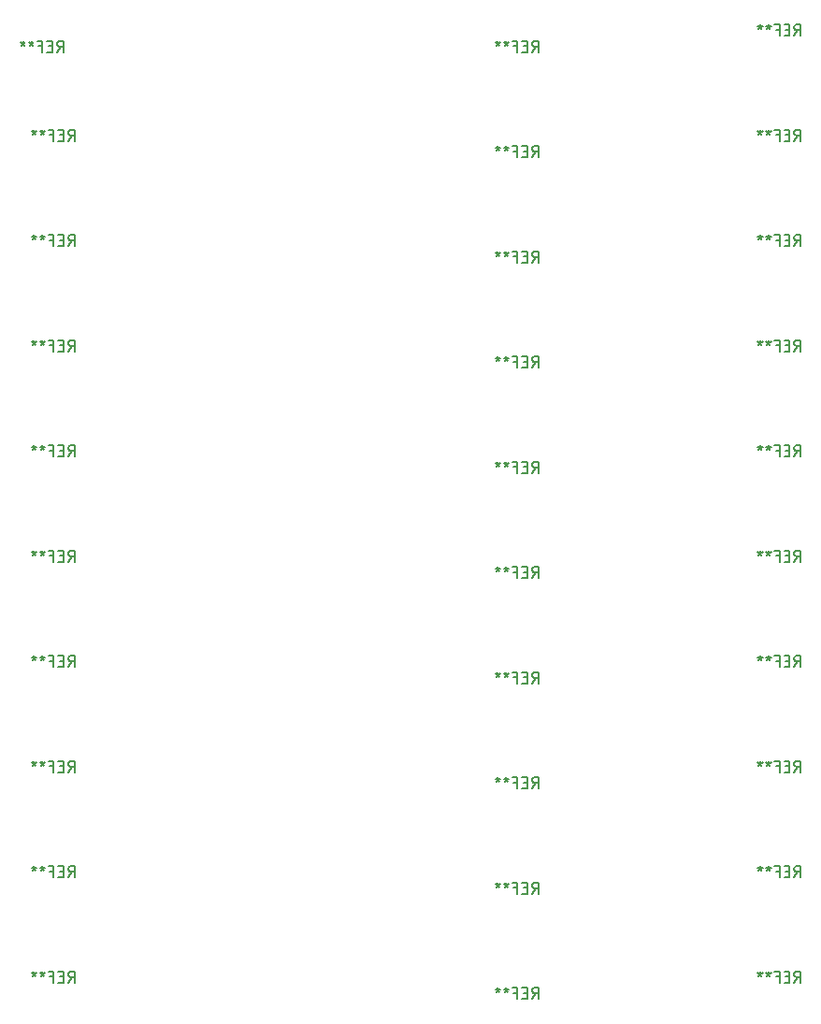
<source format=gbr>
G04 #@! TF.GenerationSoftware,KiCad,Pcbnew,(5.1.4)-1*
G04 #@! TF.CreationDate,2019-09-06T01:52:25-07:00*
G04 #@! TF.ProjectId,testing footprints,74657374-696e-4672-9066-6f6f74707269,rev?*
G04 #@! TF.SameCoordinates,Original*
G04 #@! TF.FileFunction,Legend,Bot*
G04 #@! TF.FilePolarity,Positive*
%FSLAX46Y46*%
G04 Gerber Fmt 4.6, Leading zero omitted, Abs format (unit mm)*
G04 Created by KiCad (PCBNEW (5.1.4)-1) date 2019-09-06 01:52:25*
%MOMM*%
%LPD*%
G04 APERTURE LIST*
%ADD10C,0.150000*%
G04 APERTURE END LIST*
D10*
X20333333Y-3452380D02*
X20666666Y-2976190D01*
X20904761Y-3452380D02*
X20904761Y-2452380D01*
X20523809Y-2452380D01*
X20428571Y-2500000D01*
X20380952Y-2547619D01*
X20333333Y-2642857D01*
X20333333Y-2785714D01*
X20380952Y-2880952D01*
X20428571Y-2928571D01*
X20523809Y-2976190D01*
X20904761Y-2976190D01*
X19904761Y-2928571D02*
X19571428Y-2928571D01*
X19428571Y-3452380D02*
X19904761Y-3452380D01*
X19904761Y-2452380D01*
X19428571Y-2452380D01*
X18666666Y-2928571D02*
X19000000Y-2928571D01*
X19000000Y-3452380D02*
X19000000Y-2452380D01*
X18523809Y-2452380D01*
X18000000Y-2452380D02*
X18000000Y-2690476D01*
X18238095Y-2595238D02*
X18000000Y-2690476D01*
X17761904Y-2595238D01*
X18142857Y-2880952D02*
X18000000Y-2690476D01*
X17857142Y-2880952D01*
X17238095Y-2452380D02*
X17238095Y-2690476D01*
X17476190Y-2595238D02*
X17238095Y-2690476D01*
X17000000Y-2595238D01*
X17380952Y-2880952D02*
X17238095Y-2690476D01*
X17095238Y-2880952D01*
X21333333Y-87702380D02*
X21666666Y-87226190D01*
X21904761Y-87702380D02*
X21904761Y-86702380D01*
X21523809Y-86702380D01*
X21428571Y-86750000D01*
X21380952Y-86797619D01*
X21333333Y-86892857D01*
X21333333Y-87035714D01*
X21380952Y-87130952D01*
X21428571Y-87178571D01*
X21523809Y-87226190D01*
X21904761Y-87226190D01*
X20904761Y-87178571D02*
X20571428Y-87178571D01*
X20428571Y-87702380D02*
X20904761Y-87702380D01*
X20904761Y-86702380D01*
X20428571Y-86702380D01*
X19666666Y-87178571D02*
X20000000Y-87178571D01*
X20000000Y-87702380D02*
X20000000Y-86702380D01*
X19523809Y-86702380D01*
X19000000Y-86702380D02*
X19000000Y-86940476D01*
X19238095Y-86845238D02*
X19000000Y-86940476D01*
X18761904Y-86845238D01*
X19142857Y-87130952D02*
X19000000Y-86940476D01*
X18857142Y-87130952D01*
X18238095Y-86702380D02*
X18238095Y-86940476D01*
X18476190Y-86845238D02*
X18238095Y-86940476D01*
X18000000Y-86845238D01*
X18380952Y-87130952D02*
X18238095Y-86940476D01*
X18095238Y-87130952D01*
X21333333Y-78177380D02*
X21666666Y-77701190D01*
X21904761Y-78177380D02*
X21904761Y-77177380D01*
X21523809Y-77177380D01*
X21428571Y-77225000D01*
X21380952Y-77272619D01*
X21333333Y-77367857D01*
X21333333Y-77510714D01*
X21380952Y-77605952D01*
X21428571Y-77653571D01*
X21523809Y-77701190D01*
X21904761Y-77701190D01*
X20904761Y-77653571D02*
X20571428Y-77653571D01*
X20428571Y-78177380D02*
X20904761Y-78177380D01*
X20904761Y-77177380D01*
X20428571Y-77177380D01*
X19666666Y-77653571D02*
X20000000Y-77653571D01*
X20000000Y-78177380D02*
X20000000Y-77177380D01*
X19523809Y-77177380D01*
X19000000Y-77177380D02*
X19000000Y-77415476D01*
X19238095Y-77320238D02*
X19000000Y-77415476D01*
X18761904Y-77320238D01*
X19142857Y-77605952D02*
X19000000Y-77415476D01*
X18857142Y-77605952D01*
X18238095Y-77177380D02*
X18238095Y-77415476D01*
X18476190Y-77320238D02*
X18238095Y-77415476D01*
X18000000Y-77320238D01*
X18380952Y-77605952D02*
X18238095Y-77415476D01*
X18095238Y-77605952D01*
X21333333Y-68652380D02*
X21666666Y-68176190D01*
X21904761Y-68652380D02*
X21904761Y-67652380D01*
X21523809Y-67652380D01*
X21428571Y-67700000D01*
X21380952Y-67747619D01*
X21333333Y-67842857D01*
X21333333Y-67985714D01*
X21380952Y-68080952D01*
X21428571Y-68128571D01*
X21523809Y-68176190D01*
X21904761Y-68176190D01*
X20904761Y-68128571D02*
X20571428Y-68128571D01*
X20428571Y-68652380D02*
X20904761Y-68652380D01*
X20904761Y-67652380D01*
X20428571Y-67652380D01*
X19666666Y-68128571D02*
X20000000Y-68128571D01*
X20000000Y-68652380D02*
X20000000Y-67652380D01*
X19523809Y-67652380D01*
X19000000Y-67652380D02*
X19000000Y-67890476D01*
X19238095Y-67795238D02*
X19000000Y-67890476D01*
X18761904Y-67795238D01*
X19142857Y-68080952D02*
X19000000Y-67890476D01*
X18857142Y-68080952D01*
X18238095Y-67652380D02*
X18238095Y-67890476D01*
X18476190Y-67795238D02*
X18238095Y-67890476D01*
X18000000Y-67795238D01*
X18380952Y-68080952D02*
X18238095Y-67890476D01*
X18095238Y-68080952D01*
X21333333Y-59127380D02*
X21666666Y-58651190D01*
X21904761Y-59127380D02*
X21904761Y-58127380D01*
X21523809Y-58127380D01*
X21428571Y-58175000D01*
X21380952Y-58222619D01*
X21333333Y-58317857D01*
X21333333Y-58460714D01*
X21380952Y-58555952D01*
X21428571Y-58603571D01*
X21523809Y-58651190D01*
X21904761Y-58651190D01*
X20904761Y-58603571D02*
X20571428Y-58603571D01*
X20428571Y-59127380D02*
X20904761Y-59127380D01*
X20904761Y-58127380D01*
X20428571Y-58127380D01*
X19666666Y-58603571D02*
X20000000Y-58603571D01*
X20000000Y-59127380D02*
X20000000Y-58127380D01*
X19523809Y-58127380D01*
X19000000Y-58127380D02*
X19000000Y-58365476D01*
X19238095Y-58270238D02*
X19000000Y-58365476D01*
X18761904Y-58270238D01*
X19142857Y-58555952D02*
X19000000Y-58365476D01*
X18857142Y-58555952D01*
X18238095Y-58127380D02*
X18238095Y-58365476D01*
X18476190Y-58270238D02*
X18238095Y-58365476D01*
X18000000Y-58270238D01*
X18380952Y-58555952D02*
X18238095Y-58365476D01*
X18095238Y-58555952D01*
X21333333Y-49602380D02*
X21666666Y-49126190D01*
X21904761Y-49602380D02*
X21904761Y-48602380D01*
X21523809Y-48602380D01*
X21428571Y-48650000D01*
X21380952Y-48697619D01*
X21333333Y-48792857D01*
X21333333Y-48935714D01*
X21380952Y-49030952D01*
X21428571Y-49078571D01*
X21523809Y-49126190D01*
X21904761Y-49126190D01*
X20904761Y-49078571D02*
X20571428Y-49078571D01*
X20428571Y-49602380D02*
X20904761Y-49602380D01*
X20904761Y-48602380D01*
X20428571Y-48602380D01*
X19666666Y-49078571D02*
X20000000Y-49078571D01*
X20000000Y-49602380D02*
X20000000Y-48602380D01*
X19523809Y-48602380D01*
X19000000Y-48602380D02*
X19000000Y-48840476D01*
X19238095Y-48745238D02*
X19000000Y-48840476D01*
X18761904Y-48745238D01*
X19142857Y-49030952D02*
X19000000Y-48840476D01*
X18857142Y-49030952D01*
X18238095Y-48602380D02*
X18238095Y-48840476D01*
X18476190Y-48745238D02*
X18238095Y-48840476D01*
X18000000Y-48745238D01*
X18380952Y-49030952D02*
X18238095Y-48840476D01*
X18095238Y-49030952D01*
X21333333Y-40077380D02*
X21666666Y-39601190D01*
X21904761Y-40077380D02*
X21904761Y-39077380D01*
X21523809Y-39077380D01*
X21428571Y-39125000D01*
X21380952Y-39172619D01*
X21333333Y-39267857D01*
X21333333Y-39410714D01*
X21380952Y-39505952D01*
X21428571Y-39553571D01*
X21523809Y-39601190D01*
X21904761Y-39601190D01*
X20904761Y-39553571D02*
X20571428Y-39553571D01*
X20428571Y-40077380D02*
X20904761Y-40077380D01*
X20904761Y-39077380D01*
X20428571Y-39077380D01*
X19666666Y-39553571D02*
X20000000Y-39553571D01*
X20000000Y-40077380D02*
X20000000Y-39077380D01*
X19523809Y-39077380D01*
X19000000Y-39077380D02*
X19000000Y-39315476D01*
X19238095Y-39220238D02*
X19000000Y-39315476D01*
X18761904Y-39220238D01*
X19142857Y-39505952D02*
X19000000Y-39315476D01*
X18857142Y-39505952D01*
X18238095Y-39077380D02*
X18238095Y-39315476D01*
X18476190Y-39220238D02*
X18238095Y-39315476D01*
X18000000Y-39220238D01*
X18380952Y-39505952D02*
X18238095Y-39315476D01*
X18095238Y-39505952D01*
X21333333Y-30552380D02*
X21666666Y-30076190D01*
X21904761Y-30552380D02*
X21904761Y-29552380D01*
X21523809Y-29552380D01*
X21428571Y-29600000D01*
X21380952Y-29647619D01*
X21333333Y-29742857D01*
X21333333Y-29885714D01*
X21380952Y-29980952D01*
X21428571Y-30028571D01*
X21523809Y-30076190D01*
X21904761Y-30076190D01*
X20904761Y-30028571D02*
X20571428Y-30028571D01*
X20428571Y-30552380D02*
X20904761Y-30552380D01*
X20904761Y-29552380D01*
X20428571Y-29552380D01*
X19666666Y-30028571D02*
X20000000Y-30028571D01*
X20000000Y-30552380D02*
X20000000Y-29552380D01*
X19523809Y-29552380D01*
X19000000Y-29552380D02*
X19000000Y-29790476D01*
X19238095Y-29695238D02*
X19000000Y-29790476D01*
X18761904Y-29695238D01*
X19142857Y-29980952D02*
X19000000Y-29790476D01*
X18857142Y-29980952D01*
X18238095Y-29552380D02*
X18238095Y-29790476D01*
X18476190Y-29695238D02*
X18238095Y-29790476D01*
X18000000Y-29695238D01*
X18380952Y-29980952D02*
X18238095Y-29790476D01*
X18095238Y-29980952D01*
X21333333Y-21027380D02*
X21666666Y-20551190D01*
X21904761Y-21027380D02*
X21904761Y-20027380D01*
X21523809Y-20027380D01*
X21428571Y-20075000D01*
X21380952Y-20122619D01*
X21333333Y-20217857D01*
X21333333Y-20360714D01*
X21380952Y-20455952D01*
X21428571Y-20503571D01*
X21523809Y-20551190D01*
X21904761Y-20551190D01*
X20904761Y-20503571D02*
X20571428Y-20503571D01*
X20428571Y-21027380D02*
X20904761Y-21027380D01*
X20904761Y-20027380D01*
X20428571Y-20027380D01*
X19666666Y-20503571D02*
X20000000Y-20503571D01*
X20000000Y-21027380D02*
X20000000Y-20027380D01*
X19523809Y-20027380D01*
X19000000Y-20027380D02*
X19000000Y-20265476D01*
X19238095Y-20170238D02*
X19000000Y-20265476D01*
X18761904Y-20170238D01*
X19142857Y-20455952D02*
X19000000Y-20265476D01*
X18857142Y-20455952D01*
X18238095Y-20027380D02*
X18238095Y-20265476D01*
X18476190Y-20170238D02*
X18238095Y-20265476D01*
X18000000Y-20170238D01*
X18380952Y-20455952D02*
X18238095Y-20265476D01*
X18095238Y-20455952D01*
X21333333Y-11502380D02*
X21666666Y-11026190D01*
X21904761Y-11502380D02*
X21904761Y-10502380D01*
X21523809Y-10502380D01*
X21428571Y-10550000D01*
X21380952Y-10597619D01*
X21333333Y-10692857D01*
X21333333Y-10835714D01*
X21380952Y-10930952D01*
X21428571Y-10978571D01*
X21523809Y-11026190D01*
X21904761Y-11026190D01*
X20904761Y-10978571D02*
X20571428Y-10978571D01*
X20428571Y-11502380D02*
X20904761Y-11502380D01*
X20904761Y-10502380D01*
X20428571Y-10502380D01*
X19666666Y-10978571D02*
X20000000Y-10978571D01*
X20000000Y-11502380D02*
X20000000Y-10502380D01*
X19523809Y-10502380D01*
X19000000Y-10502380D02*
X19000000Y-10740476D01*
X19238095Y-10645238D02*
X19000000Y-10740476D01*
X18761904Y-10645238D01*
X19142857Y-10930952D02*
X19000000Y-10740476D01*
X18857142Y-10930952D01*
X18238095Y-10502380D02*
X18238095Y-10740476D01*
X18476190Y-10645238D02*
X18238095Y-10740476D01*
X18000000Y-10645238D01*
X18380952Y-10930952D02*
X18238095Y-10740476D01*
X18095238Y-10930952D01*
X63333333Y-89177380D02*
X63666666Y-88701190D01*
X63904761Y-89177380D02*
X63904761Y-88177380D01*
X63523809Y-88177380D01*
X63428571Y-88225000D01*
X63380952Y-88272619D01*
X63333333Y-88367857D01*
X63333333Y-88510714D01*
X63380952Y-88605952D01*
X63428571Y-88653571D01*
X63523809Y-88701190D01*
X63904761Y-88701190D01*
X62904761Y-88653571D02*
X62571428Y-88653571D01*
X62428571Y-89177380D02*
X62904761Y-89177380D01*
X62904761Y-88177380D01*
X62428571Y-88177380D01*
X61666666Y-88653571D02*
X62000000Y-88653571D01*
X62000000Y-89177380D02*
X62000000Y-88177380D01*
X61523809Y-88177380D01*
X61000000Y-88177380D02*
X61000000Y-88415476D01*
X61238095Y-88320238D02*
X61000000Y-88415476D01*
X60761904Y-88320238D01*
X61142857Y-88605952D02*
X61000000Y-88415476D01*
X60857142Y-88605952D01*
X60238095Y-88177380D02*
X60238095Y-88415476D01*
X60476190Y-88320238D02*
X60238095Y-88415476D01*
X60000000Y-88320238D01*
X60380952Y-88605952D02*
X60238095Y-88415476D01*
X60095238Y-88605952D01*
X63333333Y-70127380D02*
X63666666Y-69651190D01*
X63904761Y-70127380D02*
X63904761Y-69127380D01*
X63523809Y-69127380D01*
X63428571Y-69175000D01*
X63380952Y-69222619D01*
X63333333Y-69317857D01*
X63333333Y-69460714D01*
X63380952Y-69555952D01*
X63428571Y-69603571D01*
X63523809Y-69651190D01*
X63904761Y-69651190D01*
X62904761Y-69603571D02*
X62571428Y-69603571D01*
X62428571Y-70127380D02*
X62904761Y-70127380D01*
X62904761Y-69127380D01*
X62428571Y-69127380D01*
X61666666Y-69603571D02*
X62000000Y-69603571D01*
X62000000Y-70127380D02*
X62000000Y-69127380D01*
X61523809Y-69127380D01*
X61000000Y-69127380D02*
X61000000Y-69365476D01*
X61238095Y-69270238D02*
X61000000Y-69365476D01*
X60761904Y-69270238D01*
X61142857Y-69555952D02*
X61000000Y-69365476D01*
X60857142Y-69555952D01*
X60238095Y-69127380D02*
X60238095Y-69365476D01*
X60476190Y-69270238D02*
X60238095Y-69365476D01*
X60000000Y-69270238D01*
X60380952Y-69555952D02*
X60238095Y-69365476D01*
X60095238Y-69555952D01*
X63333333Y-51077380D02*
X63666666Y-50601190D01*
X63904761Y-51077380D02*
X63904761Y-50077380D01*
X63523809Y-50077380D01*
X63428571Y-50125000D01*
X63380952Y-50172619D01*
X63333333Y-50267857D01*
X63333333Y-50410714D01*
X63380952Y-50505952D01*
X63428571Y-50553571D01*
X63523809Y-50601190D01*
X63904761Y-50601190D01*
X62904761Y-50553571D02*
X62571428Y-50553571D01*
X62428571Y-51077380D02*
X62904761Y-51077380D01*
X62904761Y-50077380D01*
X62428571Y-50077380D01*
X61666666Y-50553571D02*
X62000000Y-50553571D01*
X62000000Y-51077380D02*
X62000000Y-50077380D01*
X61523809Y-50077380D01*
X61000000Y-50077380D02*
X61000000Y-50315476D01*
X61238095Y-50220238D02*
X61000000Y-50315476D01*
X60761904Y-50220238D01*
X61142857Y-50505952D02*
X61000000Y-50315476D01*
X60857142Y-50505952D01*
X60238095Y-50077380D02*
X60238095Y-50315476D01*
X60476190Y-50220238D02*
X60238095Y-50315476D01*
X60000000Y-50220238D01*
X60380952Y-50505952D02*
X60238095Y-50315476D01*
X60095238Y-50505952D01*
X63333333Y-12977380D02*
X63666666Y-12501190D01*
X63904761Y-12977380D02*
X63904761Y-11977380D01*
X63523809Y-11977380D01*
X63428571Y-12025000D01*
X63380952Y-12072619D01*
X63333333Y-12167857D01*
X63333333Y-12310714D01*
X63380952Y-12405952D01*
X63428571Y-12453571D01*
X63523809Y-12501190D01*
X63904761Y-12501190D01*
X62904761Y-12453571D02*
X62571428Y-12453571D01*
X62428571Y-12977380D02*
X62904761Y-12977380D01*
X62904761Y-11977380D01*
X62428571Y-11977380D01*
X61666666Y-12453571D02*
X62000000Y-12453571D01*
X62000000Y-12977380D02*
X62000000Y-11977380D01*
X61523809Y-11977380D01*
X61000000Y-11977380D02*
X61000000Y-12215476D01*
X61238095Y-12120238D02*
X61000000Y-12215476D01*
X60761904Y-12120238D01*
X61142857Y-12405952D02*
X61000000Y-12215476D01*
X60857142Y-12405952D01*
X60238095Y-11977380D02*
X60238095Y-12215476D01*
X60476190Y-12120238D02*
X60238095Y-12215476D01*
X60000000Y-12120238D01*
X60380952Y-12405952D02*
X60238095Y-12215476D01*
X60095238Y-12405952D01*
X63333333Y-32027380D02*
X63666666Y-31551190D01*
X63904761Y-32027380D02*
X63904761Y-31027380D01*
X63523809Y-31027380D01*
X63428571Y-31075000D01*
X63380952Y-31122619D01*
X63333333Y-31217857D01*
X63333333Y-31360714D01*
X63380952Y-31455952D01*
X63428571Y-31503571D01*
X63523809Y-31551190D01*
X63904761Y-31551190D01*
X62904761Y-31503571D02*
X62571428Y-31503571D01*
X62428571Y-32027380D02*
X62904761Y-32027380D01*
X62904761Y-31027380D01*
X62428571Y-31027380D01*
X61666666Y-31503571D02*
X62000000Y-31503571D01*
X62000000Y-32027380D02*
X62000000Y-31027380D01*
X61523809Y-31027380D01*
X61000000Y-31027380D02*
X61000000Y-31265476D01*
X61238095Y-31170238D02*
X61000000Y-31265476D01*
X60761904Y-31170238D01*
X61142857Y-31455952D02*
X61000000Y-31265476D01*
X60857142Y-31455952D01*
X60238095Y-31027380D02*
X60238095Y-31265476D01*
X60476190Y-31170238D02*
X60238095Y-31265476D01*
X60000000Y-31170238D01*
X60380952Y-31455952D02*
X60238095Y-31265476D01*
X60095238Y-31455952D01*
X63333333Y-79652380D02*
X63666666Y-79176190D01*
X63904761Y-79652380D02*
X63904761Y-78652380D01*
X63523809Y-78652380D01*
X63428571Y-78700000D01*
X63380952Y-78747619D01*
X63333333Y-78842857D01*
X63333333Y-78985714D01*
X63380952Y-79080952D01*
X63428571Y-79128571D01*
X63523809Y-79176190D01*
X63904761Y-79176190D01*
X62904761Y-79128571D02*
X62571428Y-79128571D01*
X62428571Y-79652380D02*
X62904761Y-79652380D01*
X62904761Y-78652380D01*
X62428571Y-78652380D01*
X61666666Y-79128571D02*
X62000000Y-79128571D01*
X62000000Y-79652380D02*
X62000000Y-78652380D01*
X61523809Y-78652380D01*
X61000000Y-78652380D02*
X61000000Y-78890476D01*
X61238095Y-78795238D02*
X61000000Y-78890476D01*
X60761904Y-78795238D01*
X61142857Y-79080952D02*
X61000000Y-78890476D01*
X60857142Y-79080952D01*
X60238095Y-78652380D02*
X60238095Y-78890476D01*
X60476190Y-78795238D02*
X60238095Y-78890476D01*
X60000000Y-78795238D01*
X60380952Y-79080952D02*
X60238095Y-78890476D01*
X60095238Y-79080952D01*
X63333333Y-3452380D02*
X63666666Y-2976190D01*
X63904761Y-3452380D02*
X63904761Y-2452380D01*
X63523809Y-2452380D01*
X63428571Y-2500000D01*
X63380952Y-2547619D01*
X63333333Y-2642857D01*
X63333333Y-2785714D01*
X63380952Y-2880952D01*
X63428571Y-2928571D01*
X63523809Y-2976190D01*
X63904761Y-2976190D01*
X62904761Y-2928571D02*
X62571428Y-2928571D01*
X62428571Y-3452380D02*
X62904761Y-3452380D01*
X62904761Y-2452380D01*
X62428571Y-2452380D01*
X61666666Y-2928571D02*
X62000000Y-2928571D01*
X62000000Y-3452380D02*
X62000000Y-2452380D01*
X61523809Y-2452380D01*
X61000000Y-2452380D02*
X61000000Y-2690476D01*
X61238095Y-2595238D02*
X61000000Y-2690476D01*
X60761904Y-2595238D01*
X61142857Y-2880952D02*
X61000000Y-2690476D01*
X60857142Y-2880952D01*
X60238095Y-2452380D02*
X60238095Y-2690476D01*
X60476190Y-2595238D02*
X60238095Y-2690476D01*
X60000000Y-2595238D01*
X60380952Y-2880952D02*
X60238095Y-2690476D01*
X60095238Y-2880952D01*
X63333333Y-22502380D02*
X63666666Y-22026190D01*
X63904761Y-22502380D02*
X63904761Y-21502380D01*
X63523809Y-21502380D01*
X63428571Y-21550000D01*
X63380952Y-21597619D01*
X63333333Y-21692857D01*
X63333333Y-21835714D01*
X63380952Y-21930952D01*
X63428571Y-21978571D01*
X63523809Y-22026190D01*
X63904761Y-22026190D01*
X62904761Y-21978571D02*
X62571428Y-21978571D01*
X62428571Y-22502380D02*
X62904761Y-22502380D01*
X62904761Y-21502380D01*
X62428571Y-21502380D01*
X61666666Y-21978571D02*
X62000000Y-21978571D01*
X62000000Y-22502380D02*
X62000000Y-21502380D01*
X61523809Y-21502380D01*
X61000000Y-21502380D02*
X61000000Y-21740476D01*
X61238095Y-21645238D02*
X61000000Y-21740476D01*
X60761904Y-21645238D01*
X61142857Y-21930952D02*
X61000000Y-21740476D01*
X60857142Y-21930952D01*
X60238095Y-21502380D02*
X60238095Y-21740476D01*
X60476190Y-21645238D02*
X60238095Y-21740476D01*
X60000000Y-21645238D01*
X60380952Y-21930952D02*
X60238095Y-21740476D01*
X60095238Y-21930952D01*
X63333333Y-60602380D02*
X63666666Y-60126190D01*
X63904761Y-60602380D02*
X63904761Y-59602380D01*
X63523809Y-59602380D01*
X63428571Y-59650000D01*
X63380952Y-59697619D01*
X63333333Y-59792857D01*
X63333333Y-59935714D01*
X63380952Y-60030952D01*
X63428571Y-60078571D01*
X63523809Y-60126190D01*
X63904761Y-60126190D01*
X62904761Y-60078571D02*
X62571428Y-60078571D01*
X62428571Y-60602380D02*
X62904761Y-60602380D01*
X62904761Y-59602380D01*
X62428571Y-59602380D01*
X61666666Y-60078571D02*
X62000000Y-60078571D01*
X62000000Y-60602380D02*
X62000000Y-59602380D01*
X61523809Y-59602380D01*
X61000000Y-59602380D02*
X61000000Y-59840476D01*
X61238095Y-59745238D02*
X61000000Y-59840476D01*
X60761904Y-59745238D01*
X61142857Y-60030952D02*
X61000000Y-59840476D01*
X60857142Y-60030952D01*
X60238095Y-59602380D02*
X60238095Y-59840476D01*
X60476190Y-59745238D02*
X60238095Y-59840476D01*
X60000000Y-59745238D01*
X60380952Y-60030952D02*
X60238095Y-59840476D01*
X60095238Y-60030952D01*
X63333333Y-41552380D02*
X63666666Y-41076190D01*
X63904761Y-41552380D02*
X63904761Y-40552380D01*
X63523809Y-40552380D01*
X63428571Y-40600000D01*
X63380952Y-40647619D01*
X63333333Y-40742857D01*
X63333333Y-40885714D01*
X63380952Y-40980952D01*
X63428571Y-41028571D01*
X63523809Y-41076190D01*
X63904761Y-41076190D01*
X62904761Y-41028571D02*
X62571428Y-41028571D01*
X62428571Y-41552380D02*
X62904761Y-41552380D01*
X62904761Y-40552380D01*
X62428571Y-40552380D01*
X61666666Y-41028571D02*
X62000000Y-41028571D01*
X62000000Y-41552380D02*
X62000000Y-40552380D01*
X61523809Y-40552380D01*
X61000000Y-40552380D02*
X61000000Y-40790476D01*
X61238095Y-40695238D02*
X61000000Y-40790476D01*
X60761904Y-40695238D01*
X61142857Y-40980952D02*
X61000000Y-40790476D01*
X60857142Y-40980952D01*
X60238095Y-40552380D02*
X60238095Y-40790476D01*
X60476190Y-40695238D02*
X60238095Y-40790476D01*
X60000000Y-40695238D01*
X60380952Y-40980952D02*
X60238095Y-40790476D01*
X60095238Y-40980952D01*
X87058333Y-87702380D02*
X87391666Y-87226190D01*
X87629761Y-87702380D02*
X87629761Y-86702380D01*
X87248809Y-86702380D01*
X87153571Y-86750000D01*
X87105952Y-86797619D01*
X87058333Y-86892857D01*
X87058333Y-87035714D01*
X87105952Y-87130952D01*
X87153571Y-87178571D01*
X87248809Y-87226190D01*
X87629761Y-87226190D01*
X86629761Y-87178571D02*
X86296428Y-87178571D01*
X86153571Y-87702380D02*
X86629761Y-87702380D01*
X86629761Y-86702380D01*
X86153571Y-86702380D01*
X85391666Y-87178571D02*
X85725000Y-87178571D01*
X85725000Y-87702380D02*
X85725000Y-86702380D01*
X85248809Y-86702380D01*
X84725000Y-86702380D02*
X84725000Y-86940476D01*
X84963095Y-86845238D02*
X84725000Y-86940476D01*
X84486904Y-86845238D01*
X84867857Y-87130952D02*
X84725000Y-86940476D01*
X84582142Y-87130952D01*
X83963095Y-86702380D02*
X83963095Y-86940476D01*
X84201190Y-86845238D02*
X83963095Y-86940476D01*
X83725000Y-86845238D01*
X84105952Y-87130952D02*
X83963095Y-86940476D01*
X83820238Y-87130952D01*
X87058333Y-68652380D02*
X87391666Y-68176190D01*
X87629761Y-68652380D02*
X87629761Y-67652380D01*
X87248809Y-67652380D01*
X87153571Y-67700000D01*
X87105952Y-67747619D01*
X87058333Y-67842857D01*
X87058333Y-67985714D01*
X87105952Y-68080952D01*
X87153571Y-68128571D01*
X87248809Y-68176190D01*
X87629761Y-68176190D01*
X86629761Y-68128571D02*
X86296428Y-68128571D01*
X86153571Y-68652380D02*
X86629761Y-68652380D01*
X86629761Y-67652380D01*
X86153571Y-67652380D01*
X85391666Y-68128571D02*
X85725000Y-68128571D01*
X85725000Y-68652380D02*
X85725000Y-67652380D01*
X85248809Y-67652380D01*
X84725000Y-67652380D02*
X84725000Y-67890476D01*
X84963095Y-67795238D02*
X84725000Y-67890476D01*
X84486904Y-67795238D01*
X84867857Y-68080952D02*
X84725000Y-67890476D01*
X84582142Y-68080952D01*
X83963095Y-67652380D02*
X83963095Y-67890476D01*
X84201190Y-67795238D02*
X83963095Y-67890476D01*
X83725000Y-67795238D01*
X84105952Y-68080952D02*
X83963095Y-67890476D01*
X83820238Y-68080952D01*
X87058333Y-49602380D02*
X87391666Y-49126190D01*
X87629761Y-49602380D02*
X87629761Y-48602380D01*
X87248809Y-48602380D01*
X87153571Y-48650000D01*
X87105952Y-48697619D01*
X87058333Y-48792857D01*
X87058333Y-48935714D01*
X87105952Y-49030952D01*
X87153571Y-49078571D01*
X87248809Y-49126190D01*
X87629761Y-49126190D01*
X86629761Y-49078571D02*
X86296428Y-49078571D01*
X86153571Y-49602380D02*
X86629761Y-49602380D01*
X86629761Y-48602380D01*
X86153571Y-48602380D01*
X85391666Y-49078571D02*
X85725000Y-49078571D01*
X85725000Y-49602380D02*
X85725000Y-48602380D01*
X85248809Y-48602380D01*
X84725000Y-48602380D02*
X84725000Y-48840476D01*
X84963095Y-48745238D02*
X84725000Y-48840476D01*
X84486904Y-48745238D01*
X84867857Y-49030952D02*
X84725000Y-48840476D01*
X84582142Y-49030952D01*
X83963095Y-48602380D02*
X83963095Y-48840476D01*
X84201190Y-48745238D02*
X83963095Y-48840476D01*
X83725000Y-48745238D01*
X84105952Y-49030952D02*
X83963095Y-48840476D01*
X83820238Y-49030952D01*
X87058333Y-30552380D02*
X87391666Y-30076190D01*
X87629761Y-30552380D02*
X87629761Y-29552380D01*
X87248809Y-29552380D01*
X87153571Y-29600000D01*
X87105952Y-29647619D01*
X87058333Y-29742857D01*
X87058333Y-29885714D01*
X87105952Y-29980952D01*
X87153571Y-30028571D01*
X87248809Y-30076190D01*
X87629761Y-30076190D01*
X86629761Y-30028571D02*
X86296428Y-30028571D01*
X86153571Y-30552380D02*
X86629761Y-30552380D01*
X86629761Y-29552380D01*
X86153571Y-29552380D01*
X85391666Y-30028571D02*
X85725000Y-30028571D01*
X85725000Y-30552380D02*
X85725000Y-29552380D01*
X85248809Y-29552380D01*
X84725000Y-29552380D02*
X84725000Y-29790476D01*
X84963095Y-29695238D02*
X84725000Y-29790476D01*
X84486904Y-29695238D01*
X84867857Y-29980952D02*
X84725000Y-29790476D01*
X84582142Y-29980952D01*
X83963095Y-29552380D02*
X83963095Y-29790476D01*
X84201190Y-29695238D02*
X83963095Y-29790476D01*
X83725000Y-29695238D01*
X84105952Y-29980952D02*
X83963095Y-29790476D01*
X83820238Y-29980952D01*
X87058333Y-11502380D02*
X87391666Y-11026190D01*
X87629761Y-11502380D02*
X87629761Y-10502380D01*
X87248809Y-10502380D01*
X87153571Y-10550000D01*
X87105952Y-10597619D01*
X87058333Y-10692857D01*
X87058333Y-10835714D01*
X87105952Y-10930952D01*
X87153571Y-10978571D01*
X87248809Y-11026190D01*
X87629761Y-11026190D01*
X86629761Y-10978571D02*
X86296428Y-10978571D01*
X86153571Y-11502380D02*
X86629761Y-11502380D01*
X86629761Y-10502380D01*
X86153571Y-10502380D01*
X85391666Y-10978571D02*
X85725000Y-10978571D01*
X85725000Y-11502380D02*
X85725000Y-10502380D01*
X85248809Y-10502380D01*
X84725000Y-10502380D02*
X84725000Y-10740476D01*
X84963095Y-10645238D02*
X84725000Y-10740476D01*
X84486904Y-10645238D01*
X84867857Y-10930952D02*
X84725000Y-10740476D01*
X84582142Y-10930952D01*
X83963095Y-10502380D02*
X83963095Y-10740476D01*
X84201190Y-10645238D02*
X83963095Y-10740476D01*
X83725000Y-10645238D01*
X84105952Y-10930952D02*
X83963095Y-10740476D01*
X83820238Y-10930952D01*
X87058333Y-1977380D02*
X87391666Y-1501190D01*
X87629761Y-1977380D02*
X87629761Y-977380D01*
X87248809Y-977380D01*
X87153571Y-1025000D01*
X87105952Y-1072619D01*
X87058333Y-1167857D01*
X87058333Y-1310714D01*
X87105952Y-1405952D01*
X87153571Y-1453571D01*
X87248809Y-1501190D01*
X87629761Y-1501190D01*
X86629761Y-1453571D02*
X86296428Y-1453571D01*
X86153571Y-1977380D02*
X86629761Y-1977380D01*
X86629761Y-977380D01*
X86153571Y-977380D01*
X85391666Y-1453571D02*
X85725000Y-1453571D01*
X85725000Y-1977380D02*
X85725000Y-977380D01*
X85248809Y-977380D01*
X84725000Y-977380D02*
X84725000Y-1215476D01*
X84963095Y-1120238D02*
X84725000Y-1215476D01*
X84486904Y-1120238D01*
X84867857Y-1405952D02*
X84725000Y-1215476D01*
X84582142Y-1405952D01*
X83963095Y-977380D02*
X83963095Y-1215476D01*
X84201190Y-1120238D02*
X83963095Y-1215476D01*
X83725000Y-1120238D01*
X84105952Y-1405952D02*
X83963095Y-1215476D01*
X83820238Y-1405952D01*
X87058333Y-78177380D02*
X87391666Y-77701190D01*
X87629761Y-78177380D02*
X87629761Y-77177380D01*
X87248809Y-77177380D01*
X87153571Y-77225000D01*
X87105952Y-77272619D01*
X87058333Y-77367857D01*
X87058333Y-77510714D01*
X87105952Y-77605952D01*
X87153571Y-77653571D01*
X87248809Y-77701190D01*
X87629761Y-77701190D01*
X86629761Y-77653571D02*
X86296428Y-77653571D01*
X86153571Y-78177380D02*
X86629761Y-78177380D01*
X86629761Y-77177380D01*
X86153571Y-77177380D01*
X85391666Y-77653571D02*
X85725000Y-77653571D01*
X85725000Y-78177380D02*
X85725000Y-77177380D01*
X85248809Y-77177380D01*
X84725000Y-77177380D02*
X84725000Y-77415476D01*
X84963095Y-77320238D02*
X84725000Y-77415476D01*
X84486904Y-77320238D01*
X84867857Y-77605952D02*
X84725000Y-77415476D01*
X84582142Y-77605952D01*
X83963095Y-77177380D02*
X83963095Y-77415476D01*
X84201190Y-77320238D02*
X83963095Y-77415476D01*
X83725000Y-77320238D01*
X84105952Y-77605952D02*
X83963095Y-77415476D01*
X83820238Y-77605952D01*
X87058333Y-59127380D02*
X87391666Y-58651190D01*
X87629761Y-59127380D02*
X87629761Y-58127380D01*
X87248809Y-58127380D01*
X87153571Y-58175000D01*
X87105952Y-58222619D01*
X87058333Y-58317857D01*
X87058333Y-58460714D01*
X87105952Y-58555952D01*
X87153571Y-58603571D01*
X87248809Y-58651190D01*
X87629761Y-58651190D01*
X86629761Y-58603571D02*
X86296428Y-58603571D01*
X86153571Y-59127380D02*
X86629761Y-59127380D01*
X86629761Y-58127380D01*
X86153571Y-58127380D01*
X85391666Y-58603571D02*
X85725000Y-58603571D01*
X85725000Y-59127380D02*
X85725000Y-58127380D01*
X85248809Y-58127380D01*
X84725000Y-58127380D02*
X84725000Y-58365476D01*
X84963095Y-58270238D02*
X84725000Y-58365476D01*
X84486904Y-58270238D01*
X84867857Y-58555952D02*
X84725000Y-58365476D01*
X84582142Y-58555952D01*
X83963095Y-58127380D02*
X83963095Y-58365476D01*
X84201190Y-58270238D02*
X83963095Y-58365476D01*
X83725000Y-58270238D01*
X84105952Y-58555952D02*
X83963095Y-58365476D01*
X83820238Y-58555952D01*
X87058333Y-40077380D02*
X87391666Y-39601190D01*
X87629761Y-40077380D02*
X87629761Y-39077380D01*
X87248809Y-39077380D01*
X87153571Y-39125000D01*
X87105952Y-39172619D01*
X87058333Y-39267857D01*
X87058333Y-39410714D01*
X87105952Y-39505952D01*
X87153571Y-39553571D01*
X87248809Y-39601190D01*
X87629761Y-39601190D01*
X86629761Y-39553571D02*
X86296428Y-39553571D01*
X86153571Y-40077380D02*
X86629761Y-40077380D01*
X86629761Y-39077380D01*
X86153571Y-39077380D01*
X85391666Y-39553571D02*
X85725000Y-39553571D01*
X85725000Y-40077380D02*
X85725000Y-39077380D01*
X85248809Y-39077380D01*
X84725000Y-39077380D02*
X84725000Y-39315476D01*
X84963095Y-39220238D02*
X84725000Y-39315476D01*
X84486904Y-39220238D01*
X84867857Y-39505952D02*
X84725000Y-39315476D01*
X84582142Y-39505952D01*
X83963095Y-39077380D02*
X83963095Y-39315476D01*
X84201190Y-39220238D02*
X83963095Y-39315476D01*
X83725000Y-39220238D01*
X84105952Y-39505952D02*
X83963095Y-39315476D01*
X83820238Y-39505952D01*
X87058333Y-21027380D02*
X87391666Y-20551190D01*
X87629761Y-21027380D02*
X87629761Y-20027380D01*
X87248809Y-20027380D01*
X87153571Y-20075000D01*
X87105952Y-20122619D01*
X87058333Y-20217857D01*
X87058333Y-20360714D01*
X87105952Y-20455952D01*
X87153571Y-20503571D01*
X87248809Y-20551190D01*
X87629761Y-20551190D01*
X86629761Y-20503571D02*
X86296428Y-20503571D01*
X86153571Y-21027380D02*
X86629761Y-21027380D01*
X86629761Y-20027380D01*
X86153571Y-20027380D01*
X85391666Y-20503571D02*
X85725000Y-20503571D01*
X85725000Y-21027380D02*
X85725000Y-20027380D01*
X85248809Y-20027380D01*
X84725000Y-20027380D02*
X84725000Y-20265476D01*
X84963095Y-20170238D02*
X84725000Y-20265476D01*
X84486904Y-20170238D01*
X84867857Y-20455952D02*
X84725000Y-20265476D01*
X84582142Y-20455952D01*
X83963095Y-20027380D02*
X83963095Y-20265476D01*
X84201190Y-20170238D02*
X83963095Y-20265476D01*
X83725000Y-20170238D01*
X84105952Y-20455952D02*
X83963095Y-20265476D01*
X83820238Y-20455952D01*
M02*

</source>
